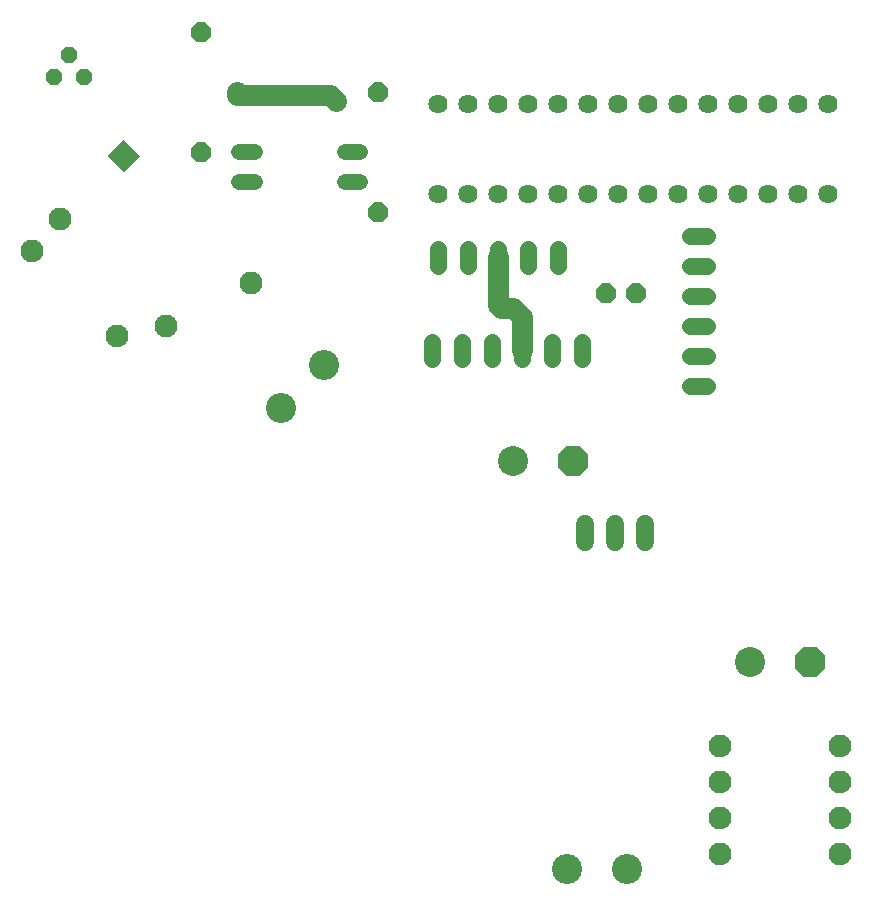
<source format=gbr>
G04 EAGLE Gerber RS-274X export*
G75*
%MOMM*%
%FSLAX34Y34*%
%LPD*%
%INTop Copper*%
%IPPOS*%
%AMOC8*
5,1,8,0,0,1.08239X$1,22.5*%
G01*
%ADD10C,2.550000*%
%ADD11C,1.930400*%
%ADD12C,1.524000*%
%ADD13C,2.540000*%
%ADD14P,2.749271X8X22.500000*%
%ADD15C,1.625600*%
%ADD16C,1.422400*%
%ADD17C,1.320800*%
%ADD18P,1.814519X8X292.500000*%
%ADD19C,1.950000*%
%ADD20R,1.950000X1.950000*%
%ADD21P,1.429621X8X22.500000*%
%ADD22P,1.814519X8X112.500000*%
%ADD23P,1.814519X8X202.500000*%
%ADD24C,1.778000*%
%ADD25C,1.500000*%


D10*
X490220Y43180D03*
X541020Y43180D03*
D11*
X619760Y86360D03*
X721360Y86360D03*
X619760Y116840D03*
X721360Y116840D03*
X721360Y55880D03*
X619760Y55880D03*
X721360Y147320D03*
X619760Y147320D03*
D12*
X556260Y320040D02*
X556260Y335280D01*
X530860Y335280D02*
X530860Y320040D01*
X505460Y320040D02*
X505460Y335280D01*
D13*
X645160Y218440D03*
D14*
X695960Y218440D03*
D15*
X711200Y690880D03*
X685800Y690880D03*
X660400Y690880D03*
X635000Y690880D03*
X609600Y690880D03*
X584200Y690880D03*
X558800Y690880D03*
X533400Y690880D03*
X508000Y690880D03*
X482600Y690880D03*
X457200Y690880D03*
X431800Y690880D03*
X406400Y690880D03*
X381000Y690880D03*
X381000Y614680D03*
X406400Y614680D03*
X431800Y614680D03*
X457200Y614680D03*
X482600Y614680D03*
X508000Y614680D03*
X533400Y614680D03*
X558800Y614680D03*
X584200Y614680D03*
X609600Y614680D03*
X635000Y614680D03*
X660400Y614680D03*
X685800Y614680D03*
X711200Y614680D03*
D16*
X482600Y568452D02*
X482600Y554228D01*
X457200Y554228D02*
X457200Y568452D01*
X431800Y568452D02*
X431800Y554228D01*
X406400Y554228D02*
X406400Y568452D01*
X381000Y568452D02*
X381000Y554228D01*
D13*
X444500Y388620D03*
D14*
X495300Y388620D03*
D16*
X502920Y475488D02*
X502920Y489712D01*
X477520Y489712D02*
X477520Y475488D01*
X452120Y475488D02*
X452120Y489712D01*
X426720Y489712D02*
X426720Y475488D01*
X401320Y475488D02*
X401320Y489712D01*
X375920Y489712D02*
X375920Y475488D01*
D17*
X315468Y624840D02*
X302260Y624840D01*
X302260Y650240D02*
X315468Y650240D01*
X226060Y650240D02*
X212852Y650240D01*
X212852Y624840D02*
X226060Y624840D01*
D18*
X330200Y701040D03*
X330200Y599440D03*
D19*
X61488Y593431D03*
D20*
G36*
X115229Y633384D02*
X101441Y647172D01*
X115229Y660960D01*
X129017Y647172D01*
X115229Y633384D01*
G37*
D19*
X151291Y503629D03*
X222992Y539409D03*
D21*
X81280Y713740D03*
X68580Y732790D03*
X55880Y713740D03*
D11*
X37739Y566781D03*
X109581Y494939D03*
D22*
X180340Y650240D03*
X180340Y751840D03*
D10*
X284661Y470081D03*
X248739Y434159D03*
D16*
X594868Y579120D02*
X609092Y579120D01*
X609092Y553720D02*
X594868Y553720D01*
X594868Y528320D02*
X609092Y528320D01*
X609092Y502920D02*
X594868Y502920D01*
X594868Y477520D02*
X609092Y477520D01*
X609092Y452120D02*
X594868Y452120D01*
D23*
X548640Y530860D03*
X523240Y530860D03*
D24*
X431800Y520700D02*
X431800Y561340D01*
X431800Y520700D02*
X434340Y518160D01*
X444500Y518160D01*
X452120Y510540D01*
X452120Y482600D01*
D25*
X294640Y693420D03*
D24*
X289560Y698500D01*
X210820Y698500D01*
X210820Y701040D01*
D25*
X210820Y701040D03*
M02*

</source>
